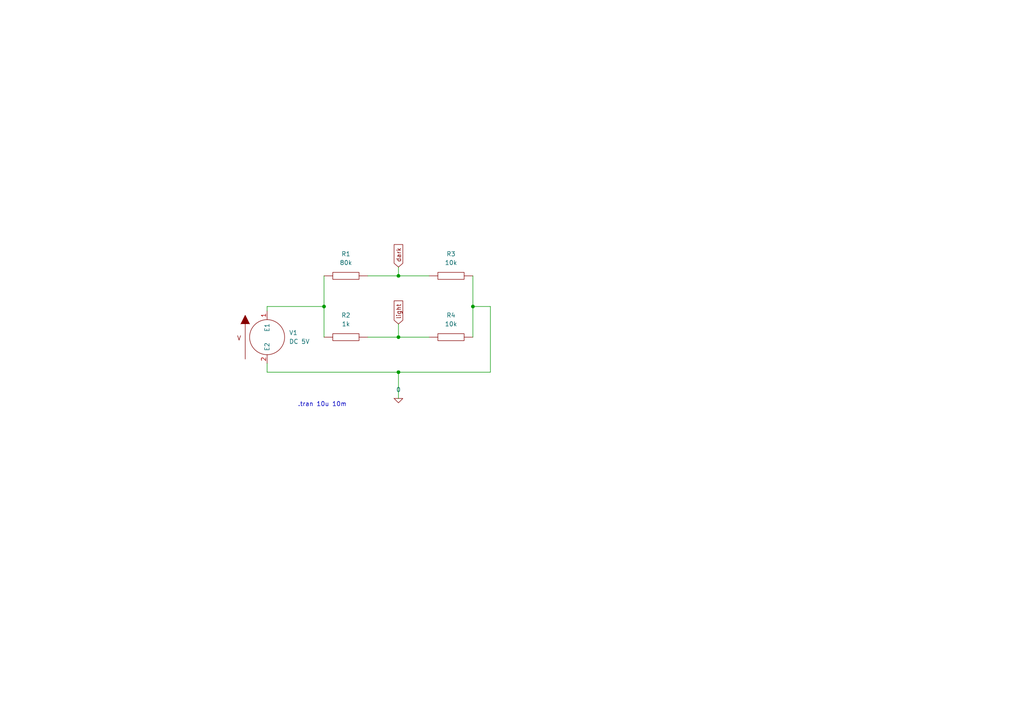
<source format=kicad_sch>
(kicad_sch (version 20211123) (generator eeschema)
  (paper "A4")
  (lib_symbols
    (symbol "pspice:0" (power) (pin_names (offset 0))
      (property "Value" "0" (at 0 -1.778 0))
      (symbol "0_0_1"
        (polyline (pts (xy -1.27 0) (xy 0 -1.27) (xy 1.27 0) (xy -1.27 0)))
      )
      (symbol "0_1_1"
        (pin power_in line (at 0 0 0) (length 0) hide (name "0") (number "1"))
      )
    )
    (symbol "pspice:R" (pin_numbers hide) (pin_names (offset 0))
      (property "Reference" "R" (at 2.032 0 90))
      (property "Value" "R" (at 0 0 90))
      (symbol "R_0_1"
        (rectangle (start -1.016 3.81) (end 1.016 -3.81))
      )
      (symbol "R_1_1"
        (pin passive line (at 0 6.35 270) (length 2.54) (name "~") (number "1"))
        (pin passive line (at 0 -6.35 90) (length 2.54) (name "~") (number "2"))
      )
    )
    (symbol "pspice:VSOURCE" (pin_names (offset 1.016))
      (property "Reference" "V" (at -6.35 7.62 0))
      (property "Value" "VSOURCE" (at 0 0 0))
      (symbol "VSOURCE_0_1"
        (polyline (pts (xy -6.35 -6.35) (xy -6.35 3.81)) (fill (type outline)))
        (polyline (pts (xy -7.62 3.81) (xy -6.35 6.35) (xy -5.08 3.81)) (fill (type outline)))
        (circle (center 0 0) (radius 5.08))
        (text "V" (at -8.128 -0.254 0) (effects (font (size 1.27 1.27))))
      )
      (symbol "VSOURCE_1_1"
        (pin input line (at 0 7.62 270) (length 2.54) (name "E1") (number "1"))
        (pin input line (at 0 -7.62 90) (length 2.54) (name "E2") (number "2"))
      )
    )
  )
  (junction (at 115.57 97.79))
  (junction (at 115.57 107.95))
  (junction (at 137.16 88.9))
  (junction (at 93.98 88.9))
  (junction (at 115.57 80.01))
  (wire (pts (xy 115.57 77.47) (xy 115.57 80.01)))
  (wire (pts (xy 106.68 97.79) (xy 115.57 97.79)))
  (wire (pts (xy 137.16 88.9) (xy 137.16 97.79)))
  (wire (pts (xy 77.47 105.41) (xy 77.47 107.95)))
  (wire (pts (xy 93.98 88.9) (xy 93.98 97.79)))
  (wire (pts (xy 93.98 80.01) (xy 93.98 88.9)))
  (wire (pts (xy 142.24 107.95) (xy 142.24 88.9)))
  (wire (pts (xy 77.47 90.17) (xy 77.47 88.9)))
  (wire (pts (xy 115.57 107.95) (xy 142.24 107.95)))
  (wire (pts (xy 106.68 80.01) (xy 115.57 80.01)))
  (wire (pts (xy 115.57 107.95) (xy 115.57 115.57)))
  (wire (pts (xy 137.16 80.01) (xy 137.16 88.9)))
  (wire (pts (xy 115.57 80.01) (xy 124.46 80.01)))
  (wire (pts (xy 142.24 88.9) (xy 137.16 88.9)))
  (wire (pts (xy 115.57 93.98) (xy 115.57 97.79)))
  (wire (pts (xy 115.57 97.79) (xy 124.46 97.79)))
  (wire (pts (xy 77.47 107.95) (xy 115.57 107.95)))
  (wire (pts (xy 77.47 88.9) (xy 93.98 88.9)))
  (text ".tran 10u 10m\n" (at 86.36 118.11 0) (effects (font (size 1.27 1.27)) (justify left bottom)))
  (global_label "dark" (shape input) (at 115.57 77.47 90) (property "Intersheet References" "${INTERSHEET_REFS}" (effects hide)))
  (global_label "light" (shape input) (at 115.57 93.98 90) (property "Intersheet References" "${INTERSHEET_REFS}" (effects hide)))
  (symbol (lib_id "pspice:R") (at 130.81 97.79 90) (unit 1)
    (property "Reference" "R4" (at 130.81 91.44 90))
    (property "Value" "10k" (at 130.81 93.98 90))
  )
  (symbol (lib_id "pspice:R") (at 100.33 80.01 90) (unit 1)
    (property "Reference" "R1" (at 100.33 73.66 90))
    (property "Value" "80k" (at 100.33 76.2 90))
  )
  (symbol (lib_id "pspice:0") (at 115.57 115.57 0) (unit 1)
    (property "Reference" "#GND01" (effects hide))
    (property "Value" "0" (at 115.57 113.03 0))
  )
  (symbol (lib_id "pspice:R") (at 130.81 80.01 90) (unit 1)
    (property "Reference" "R3" (at 130.81 73.66 90))
    (property "Value" "10k" (at 130.81 76.2 90))
  )
  (symbol (lib_id "pspice:R") (at 100.33 97.79 90) (unit 1)
    (property "Reference" "R2" (at 100.33 91.44 90))
    (property "Value" "1k" (at 100.33 93.98 90))
  )
  (symbol (lib_id "pspice:VSOURCE") (at 77.47 97.79 0) (unit 1)
    (property "Reference" "V1" (at 83.82 96.5199 0) (effects (justify left)))
    (property "Value" "DC 5V" (at 83.82 99.0599 0) (effects (justify left)))
  )
)
</source>
